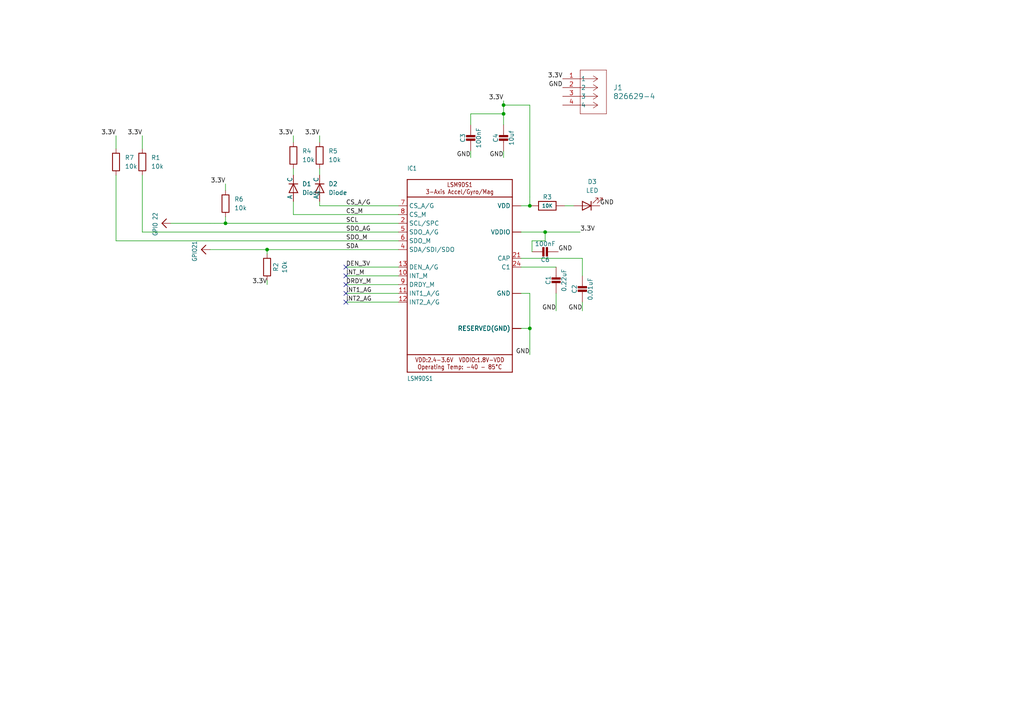
<source format=kicad_sch>
(kicad_sch (version 20230121) (generator eeschema)

  (uuid 06f791fb-f574-4574-a583-188376710421)

  (paper "A4")

  (lib_symbols
    (symbol "Adafruit LSM9DS1 Rev C (1)-eagle-import:3.3V" (power) (in_bom yes) (on_board yes)
      (property "Reference" "" (at 0 0 0)
        (effects (font (size 1.27 1.27)) hide)
      )
      (property "Value" "3.3V" (at -1.524 1.016 0)
        (effects (font (size 1.27 1.0795)) (justify left bottom))
      )
      (property "Footprint" "" (at 0 0 0)
        (effects (font (size 1.27 1.27)) hide)
      )
      (property "Datasheet" "" (at 0 0 0)
        (effects (font (size 1.27 1.27)) hide)
      )
      (property "ki_locked" "" (at 0 0 0)
        (effects (font (size 1.27 1.27)))
      )
      (symbol "3.3V_1_0"
        (polyline
          (pts
            (xy -1.27 -1.27)
            (xy 0 0)
          )
          (stroke (width 0.254) (type solid))
          (fill (type none))
        )
        (polyline
          (pts
            (xy 0 0)
            (xy 1.27 -1.27)
          )
          (stroke (width 0.254) (type solid))
          (fill (type none))
        )
        (pin power_in line (at 0 -2.54 90) (length 2.54)
          (name "3.3V" (effects (font (size 0 0))))
          (number "1" (effects (font (size 0 0))))
        )
      )
    )
    (symbol "Adafruit LSM9DS1 Rev C (1)-eagle-import:CAP_CERAMIC0603_NO" (in_bom yes) (on_board yes)
      (property "Reference" "C" (at -2.29 1.25 90)
        (effects (font (size 1.27 1.27)))
      )
      (property "Value" "" (at 2.3 1.25 90)
        (effects (font (size 1.27 1.27)))
      )
      (property "Footprint" "Adafruit LSM9DS1 Rev C (1):0603-NO" (at 0 0 0)
        (effects (font (size 1.27 1.27)) hide)
      )
      (property "Datasheet" "" (at 0 0 0)
        (effects (font (size 1.27 1.27)) hide)
      )
      (property "ki_locked" "" (at 0 0 0)
        (effects (font (size 1.27 1.27)))
      )
      (symbol "CAP_CERAMIC0603_NO_1_0"
        (rectangle (start -1.27 0.508) (end 1.27 1.016)
          (stroke (width 0) (type default))
          (fill (type outline))
        )
        (rectangle (start -1.27 1.524) (end 1.27 2.032)
          (stroke (width 0) (type default))
          (fill (type outline))
        )
        (polyline
          (pts
            (xy 0 0.762)
            (xy 0 0)
          )
          (stroke (width 0.1524) (type solid))
          (fill (type none))
        )
        (polyline
          (pts
            (xy 0 2.54)
            (xy 0 1.778)
          )
          (stroke (width 0.1524) (type solid))
          (fill (type none))
        )
        (pin passive line (at 0 5.08 270) (length 2.54)
          (name "1" (effects (font (size 0 0))))
          (number "1" (effects (font (size 0 0))))
        )
        (pin passive line (at 0 -2.54 90) (length 2.54)
          (name "2" (effects (font (size 0 0))))
          (number "2" (effects (font (size 0 0))))
        )
      )
    )
    (symbol "Adafruit LSM9DS1 Rev C (1)-eagle-import:LSM9DS1" (in_bom yes) (on_board yes)
      (property "Reference" "IC" (at -15.24 27.94 0)
        (effects (font (size 1.27 1.0795)) (justify left bottom))
      )
      (property "Value" "" (at -15.24 -33.02 0)
        (effects (font (size 1.27 1.0795)) (justify left bottom))
      )
      (property "Footprint" "Adafruit LSM9DS1 Rev C (1):LGA24_3.5X3.1MM" (at 0 0 0)
        (effects (font (size 1.27 1.27)) hide)
      )
      (property "Datasheet" "" (at 0 0 0)
        (effects (font (size 1.27 1.27)) hide)
      )
      (property "ki_locked" "" (at 0 0 0)
        (effects (font (size 1.27 1.27)))
      )
      (symbol "LSM9DS1_1_0"
        (polyline
          (pts
            (xy -15.24 -30.48)
            (xy 15.24 -30.48)
          )
          (stroke (width 0.254) (type solid))
          (fill (type none))
        )
        (polyline
          (pts
            (xy -15.24 -25.4)
            (xy -15.24 -30.48)
          )
          (stroke (width 0.254) (type solid))
          (fill (type none))
        )
        (polyline
          (pts
            (xy -15.24 -25.4)
            (xy -15.24 20.32)
          )
          (stroke (width 0.254) (type solid))
          (fill (type none))
        )
        (polyline
          (pts
            (xy -15.24 20.32)
            (xy -15.24 25.4)
          )
          (stroke (width 0.254) (type solid))
          (fill (type none))
        )
        (polyline
          (pts
            (xy -15.24 20.32)
            (xy 15.24 20.32)
          )
          (stroke (width 0.254) (type solid))
          (fill (type none))
        )
        (polyline
          (pts
            (xy -15.24 25.4)
            (xy 15.24 25.4)
          )
          (stroke (width 0.254) (type solid))
          (fill (type none))
        )
        (polyline
          (pts
            (xy 15.24 -30.48)
            (xy 15.24 -25.4)
          )
          (stroke (width 0.254) (type solid))
          (fill (type none))
        )
        (polyline
          (pts
            (xy 15.24 -25.4)
            (xy -15.24 -25.4)
          )
          (stroke (width 0.254) (type solid))
          (fill (type none))
        )
        (polyline
          (pts
            (xy 15.24 20.32)
            (xy 15.24 -25.4)
          )
          (stroke (width 0.254) (type solid))
          (fill (type none))
        )
        (polyline
          (pts
            (xy 15.24 25.4)
            (xy 15.24 20.32)
          )
          (stroke (width 0.254) (type solid))
          (fill (type none))
        )
        (text "LSM9DS1\n3-Axis Accel/Gyro/Mag" (at 0 22.86 0)
          (effects (font (size 1.27 1.0795)))
        )
        (text "VDD:2.4-3.6V  VDDIO:1.8V-VDD\nOperating Temp: -40 - 85°C" (at 0 -27.94 0)
          (effects (font (size 1.27 1.0795)))
        )
        (pin power_in line (at 17.78 10.16 180) (length 2.54)
          (name "VDDIO" (effects (font (size 1.27 1.27))))
          (number "1" (effects (font (size 0 0))))
        )
        (pin bidirectional line (at -17.78 -2.54 0) (length 2.54)
          (name "INT_M" (effects (font (size 1.27 1.27))))
          (number "10" (effects (font (size 1.27 1.27))))
        )
        (pin bidirectional line (at -17.78 -7.62 0) (length 2.54)
          (name "INT1_A/G" (effects (font (size 1.27 1.27))))
          (number "11" (effects (font (size 1.27 1.27))))
        )
        (pin bidirectional line (at -17.78 -10.16 0) (length 2.54)
          (name "INT2_A/G" (effects (font (size 1.27 1.27))))
          (number "12" (effects (font (size 1.27 1.27))))
        )
        (pin bidirectional line (at -17.78 0 0) (length 2.54)
          (name "DEN_A/G" (effects (font (size 1.27 1.27))))
          (number "13" (effects (font (size 1.27 1.27))))
        )
        (pin power_in line (at 17.78 -17.78 180) (length 2.54)
          (name "RESERVED(GND)" (effects (font (size 1.27 1.27))))
          (number "14" (effects (font (size 0 0))))
        )
        (pin power_in line (at 17.78 -17.78 180) (length 2.54)
          (name "RESERVED(GND)" (effects (font (size 1.27 1.27))))
          (number "15" (effects (font (size 0 0))))
        )
        (pin power_in line (at 17.78 -17.78 180) (length 2.54)
          (name "RESERVED(GND)" (effects (font (size 1.27 1.27))))
          (number "16" (effects (font (size 0 0))))
        )
        (pin power_in line (at 17.78 -17.78 180) (length 2.54)
          (name "RESERVED(GND)" (effects (font (size 1.27 1.27))))
          (number "17" (effects (font (size 0 0))))
        )
        (pin power_in line (at 17.78 -17.78 180) (length 2.54)
          (name "RESERVED(GND)" (effects (font (size 1.27 1.27))))
          (number "18" (effects (font (size 0 0))))
        )
        (pin power_in line (at 17.78 -7.62 180) (length 2.54)
          (name "GND" (effects (font (size 1.27 1.27))))
          (number "19" (effects (font (size 0 0))))
        )
        (pin bidirectional line (at -17.78 12.7 0) (length 2.54)
          (name "SCL/SPC" (effects (font (size 1.27 1.27))))
          (number "2" (effects (font (size 1.27 1.27))))
        )
        (pin power_in line (at 17.78 -7.62 180) (length 2.54)
          (name "GND" (effects (font (size 1.27 1.27))))
          (number "20" (effects (font (size 0 0))))
        )
        (pin bidirectional line (at 17.78 2.54 180) (length 2.54)
          (name "CAP" (effects (font (size 1.27 1.27))))
          (number "21" (effects (font (size 1.27 1.27))))
        )
        (pin power_in line (at 17.78 17.78 180) (length 2.54)
          (name "VDD" (effects (font (size 1.27 1.27))))
          (number "22" (effects (font (size 0 0))))
        )
        (pin power_in line (at 17.78 17.78 180) (length 2.54)
          (name "VDD" (effects (font (size 1.27 1.27))))
          (number "23" (effects (font (size 0 0))))
        )
        (pin bidirectional line (at 17.78 0 180) (length 2.54)
          (name "C1" (effects (font (size 1.27 1.27))))
          (number "24" (effects (font (size 1.27 1.27))))
        )
        (pin power_in line (at 17.78 10.16 180) (length 2.54)
          (name "VDDIO" (effects (font (size 1.27 1.27))))
          (number "3" (effects (font (size 0 0))))
        )
        (pin bidirectional line (at -17.78 5.08 0) (length 2.54)
          (name "SDA/SDI/SDO" (effects (font (size 1.27 1.27))))
          (number "4" (effects (font (size 1.27 1.27))))
        )
        (pin bidirectional line (at -17.78 10.16 0) (length 2.54)
          (name "SDO_A/G" (effects (font (size 1.27 1.27))))
          (number "5" (effects (font (size 1.27 1.27))))
        )
        (pin bidirectional line (at -17.78 7.62 0) (length 2.54)
          (name "SDO_M" (effects (font (size 1.27 1.27))))
          (number "6" (effects (font (size 1.27 1.27))))
        )
        (pin bidirectional line (at -17.78 17.78 0) (length 2.54)
          (name "CS_A/G" (effects (font (size 1.27 1.27))))
          (number "7" (effects (font (size 1.27 1.27))))
        )
        (pin bidirectional line (at -17.78 15.24 0) (length 2.54)
          (name "CS_M" (effects (font (size 1.27 1.27))))
          (number "8" (effects (font (size 1.27 1.27))))
        )
        (pin bidirectional line (at -17.78 -5.08 0) (length 2.54)
          (name "DRDY_M" (effects (font (size 1.27 1.27))))
          (number "9" (effects (font (size 1.27 1.27))))
        )
      )
    )
    (symbol "Adafruit LSM9DS1 Rev C (1)-eagle-import:RESISTOR_0603_NOOUT" (in_bom yes) (on_board yes)
      (property "Reference" "R" (at 0 2.54 0)
        (effects (font (size 1.27 1.27)))
      )
      (property "Value" "" (at 0 0 0)
        (effects (font (size 1.016 1.016) bold))
      )
      (property "Footprint" "Adafruit LSM9DS1 Rev C (1):0603-NO" (at 0 0 0)
        (effects (font (size 1.27 1.27)) hide)
      )
      (property "Datasheet" "" (at 0 0 0)
        (effects (font (size 1.27 1.27)) hide)
      )
      (property "ki_locked" "" (at 0 0 0)
        (effects (font (size 1.27 1.27)))
      )
      (symbol "RESISTOR_0603_NOOUT_1_0"
        (polyline
          (pts
            (xy -2.54 -1.27)
            (xy -2.54 1.27)
          )
          (stroke (width 0.254) (type solid))
          (fill (type none))
        )
        (polyline
          (pts
            (xy -2.54 1.27)
            (xy 2.54 1.27)
          )
          (stroke (width 0.254) (type solid))
          (fill (type none))
        )
        (polyline
          (pts
            (xy 2.54 -1.27)
            (xy -2.54 -1.27)
          )
          (stroke (width 0.254) (type solid))
          (fill (type none))
        )
        (polyline
          (pts
            (xy 2.54 1.27)
            (xy 2.54 -1.27)
          )
          (stroke (width 0.254) (type solid))
          (fill (type none))
        )
        (pin passive line (at -5.08 0 0) (length 2.54)
          (name "1" (effects (font (size 0 0))))
          (number "1" (effects (font (size 0 0))))
        )
        (pin passive line (at 5.08 0 180) (length 2.54)
          (name "2" (effects (font (size 0 0))))
          (number "2" (effects (font (size 0 0))))
        )
      )
    )
    (symbol "Device:LED" (pin_numbers hide) (pin_names (offset 1.016) hide) (in_bom yes) (on_board yes)
      (property "Reference" "D" (at 0 2.54 0)
        (effects (font (size 1.27 1.27)))
      )
      (property "Value" "LED" (at 0 -2.54 0)
        (effects (font (size 1.27 1.27)))
      )
      (property "Footprint" "" (at 0 0 0)
        (effects (font (size 1.27 1.27)) hide)
      )
      (property "Datasheet" "~" (at 0 0 0)
        (effects (font (size 1.27 1.27)) hide)
      )
      (property "ki_keywords" "LED diode" (at 0 0 0)
        (effects (font (size 1.27 1.27)) hide)
      )
      (property "ki_description" "Light emitting diode" (at 0 0 0)
        (effects (font (size 1.27 1.27)) hide)
      )
      (property "ki_fp_filters" "LED* LED_SMD:* LED_THT:*" (at 0 0 0)
        (effects (font (size 1.27 1.27)) hide)
      )
      (symbol "LED_0_1"
        (polyline
          (pts
            (xy -1.27 -1.27)
            (xy -1.27 1.27)
          )
          (stroke (width 0.254) (type default))
          (fill (type none))
        )
        (polyline
          (pts
            (xy -1.27 0)
            (xy 1.27 0)
          )
          (stroke (width 0) (type default))
          (fill (type none))
        )
        (polyline
          (pts
            (xy 1.27 -1.27)
            (xy 1.27 1.27)
            (xy -1.27 0)
            (xy 1.27 -1.27)
          )
          (stroke (width 0.254) (type default))
          (fill (type none))
        )
        (polyline
          (pts
            (xy -3.048 -0.762)
            (xy -4.572 -2.286)
            (xy -3.81 -2.286)
            (xy -4.572 -2.286)
            (xy -4.572 -1.524)
          )
          (stroke (width 0) (type default))
          (fill (type none))
        )
        (polyline
          (pts
            (xy -1.778 -0.762)
            (xy -3.302 -2.286)
            (xy -2.54 -2.286)
            (xy -3.302 -2.286)
            (xy -3.302 -1.524)
          )
          (stroke (width 0) (type default))
          (fill (type none))
        )
      )
      (symbol "LED_1_1"
        (pin passive line (at -3.81 0 0) (length 2.54)
          (name "K" (effects (font (size 1.27 1.27))))
          (number "1" (effects (font (size 1.27 1.27))))
        )
        (pin passive line (at 3.81 0 180) (length 2.54)
          (name "A" (effects (font (size 1.27 1.27))))
          (number "2" (effects (font (size 1.27 1.27))))
        )
      )
    )
    (symbol "Device:R" (pin_numbers hide) (pin_names (offset 0)) (in_bom yes) (on_board yes)
      (property "Reference" "R" (at 2.032 0 90)
        (effects (font (size 1.27 1.27)))
      )
      (property "Value" "R" (at 0 0 90)
        (effects (font (size 1.27 1.27)))
      )
      (property "Footprint" "" (at -1.778 0 90)
        (effects (font (size 1.27 1.27)) hide)
      )
      (property "Datasheet" "~" (at 0 0 0)
        (effects (font (size 1.27 1.27)) hide)
      )
      (property "ki_keywords" "R res resistor" (at 0 0 0)
        (effects (font (size 1.27 1.27)) hide)
      )
      (property "ki_description" "Resistor" (at 0 0 0)
        (effects (font (size 1.27 1.27)) hide)
      )
      (property "ki_fp_filters" "R_*" (at 0 0 0)
        (effects (font (size 1.27 1.27)) hide)
      )
      (symbol "R_0_1"
        (rectangle (start -1.016 -2.54) (end 1.016 2.54)
          (stroke (width 0.254) (type default))
          (fill (type none))
        )
      )
      (symbol "R_1_1"
        (pin passive line (at 0 3.81 270) (length 1.27)
          (name "~" (effects (font (size 1.27 1.27))))
          (number "1" (effects (font (size 1.27 1.27))))
        )
        (pin passive line (at 0 -3.81 90) (length 1.27)
          (name "~" (effects (font (size 1.27 1.27))))
          (number "2" (effects (font (size 1.27 1.27))))
        )
      )
    )
    (symbol "LSM9DS1:826629-4" (pin_names (offset 0.254)) (in_bom yes) (on_board yes)
      (property "Reference" "J" (at 8.89 6.35 0)
        (effects (font (size 1.524 1.524)))
      )
      (property "Value" "826629-4" (at 0 0 0)
        (effects (font (size 1.524 1.524)))
      )
      (property "Footprint" "CON4_1X4_P100UM_HDR2_TYC" (at 0 0 0)
        (effects (font (size 1.27 1.27) italic) hide)
      )
      (property "Datasheet" "826629-4" (at 0 0 0)
        (effects (font (size 1.27 1.27) italic) hide)
      )
      (property "ki_locked" "" (at 0 0 0)
        (effects (font (size 1.27 1.27)))
      )
      (property "ki_keywords" "826629-4" (at 0 0 0)
        (effects (font (size 1.27 1.27)) hide)
      )
      (property "ki_fp_filters" "CON4_1X4_P100UM_HDR2_TYC" (at 0 0 0)
        (effects (font (size 1.27 1.27)) hide)
      )
      (symbol "826629-4_1_1"
        (polyline
          (pts
            (xy 5.08 -10.16)
            (xy 12.7 -10.16)
          )
          (stroke (width 0.127) (type default))
          (fill (type none))
        )
        (polyline
          (pts
            (xy 5.08 2.54)
            (xy 5.08 -10.16)
          )
          (stroke (width 0.127) (type default))
          (fill (type none))
        )
        (polyline
          (pts
            (xy 10.16 -7.62)
            (xy 5.08 -7.62)
          )
          (stroke (width 0.127) (type default))
          (fill (type none))
        )
        (polyline
          (pts
            (xy 10.16 -7.62)
            (xy 8.89 -8.4667)
          )
          (stroke (width 0.127) (type default))
          (fill (type none))
        )
        (polyline
          (pts
            (xy 10.16 -7.62)
            (xy 8.89 -6.7733)
          )
          (stroke (width 0.127) (type default))
          (fill (type none))
        )
        (polyline
          (pts
            (xy 10.16 -5.08)
            (xy 5.08 -5.08)
          )
          (stroke (width 0.127) (type default))
          (fill (type none))
        )
        (polyline
          (pts
            (xy 10.16 -5.08)
            (xy 8.89 -5.9267)
          )
          (stroke (width 0.127) (type default))
          (fill (type none))
        )
        (polyline
          (pts
            (xy 10.16 -5.08)
            (xy 8.89 -4.2333)
          )
          (stroke (width 0.127) (type default))
          (fill (type none))
        )
        (polyline
          (pts
            (xy 10.16 -2.54)
            (xy 5.08 -2.54)
          )
          (stroke (width 0.127) (type default))
          (fill (type none))
        )
        (polyline
          (pts
            (xy 10.16 -2.54)
            (xy 8.89 -3.3867)
          )
          (stroke (width 0.127) (type default))
          (fill (type none))
        )
        (polyline
          (pts
            (xy 10.16 -2.54)
            (xy 8.89 -1.6933)
          )
          (stroke (width 0.127) (type default))
          (fill (type none))
        )
        (polyline
          (pts
            (xy 10.16 0)
            (xy 5.08 0)
          )
          (stroke (width 0.127) (type default))
          (fill (type none))
        )
        (polyline
          (pts
            (xy 10.16 0)
            (xy 8.89 -0.8467)
          )
          (stroke (width 0.127) (type default))
          (fill (type none))
        )
        (polyline
          (pts
            (xy 10.16 0)
            (xy 8.89 0.8467)
          )
          (stroke (width 0.127) (type default))
          (fill (type none))
        )
        (polyline
          (pts
            (xy 12.7 -10.16)
            (xy 12.7 2.54)
          )
          (stroke (width 0.127) (type default))
          (fill (type none))
        )
        (polyline
          (pts
            (xy 12.7 2.54)
            (xy 5.08 2.54)
          )
          (stroke (width 0.127) (type default))
          (fill (type none))
        )
        (pin unspecified line (at 0 0 0) (length 5.08)
          (name "1" (effects (font (size 1.27 1.27))))
          (number "1" (effects (font (size 1.27 1.27))))
        )
        (pin unspecified line (at 0 -2.54 0) (length 5.08)
          (name "2" (effects (font (size 1.27 1.27))))
          (number "2" (effects (font (size 1.27 1.27))))
        )
        (pin unspecified line (at 0 -5.08 0) (length 5.08)
          (name "3" (effects (font (size 1.27 1.27))))
          (number "3" (effects (font (size 1.27 1.27))))
        )
        (pin unspecified line (at 0 -7.62 0) (length 5.08)
          (name "4" (effects (font (size 1.27 1.27))))
          (number "4" (effects (font (size 1.27 1.27))))
        )
      )
      (symbol "826629-4_1_2"
        (polyline
          (pts
            (xy 5.08 -10.16)
            (xy 12.7 -10.16)
          )
          (stroke (width 0.127) (type default))
          (fill (type none))
        )
        (polyline
          (pts
            (xy 5.08 2.54)
            (xy 5.08 -10.16)
          )
          (stroke (width 0.127) (type default))
          (fill (type none))
        )
        (polyline
          (pts
            (xy 7.62 -7.62)
            (xy 5.08 -7.62)
          )
          (stroke (width 0.127) (type default))
          (fill (type none))
        )
        (polyline
          (pts
            (xy 7.62 -7.62)
            (xy 8.89 -8.4667)
          )
          (stroke (width 0.127) (type default))
          (fill (type none))
        )
        (polyline
          (pts
            (xy 7.62 -7.62)
            (xy 8.89 -6.7733)
          )
          (stroke (width 0.127) (type default))
          (fill (type none))
        )
        (polyline
          (pts
            (xy 7.62 -5.08)
            (xy 5.08 -5.08)
          )
          (stroke (width 0.127) (type default))
          (fill (type none))
        )
        (polyline
          (pts
            (xy 7.62 -5.08)
            (xy 8.89 -5.9267)
          )
          (stroke (width 0.127) (type default))
          (fill (type none))
        )
        (polyline
          (pts
            (xy 7.62 -5.08)
            (xy 8.89 -4.2333)
          )
          (stroke (width 0.127) (type default))
          (fill (type none))
        )
        (polyline
          (pts
            (xy 7.62 -2.54)
            (xy 5.08 -2.54)
          )
          (stroke (width 0.127) (type default))
          (fill (type none))
        )
        (polyline
          (pts
            (xy 7.62 -2.54)
            (xy 8.89 -3.3867)
          )
          (stroke (width 0.127) (type default))
          (fill (type none))
        )
        (polyline
          (pts
            (xy 7.62 -2.54)
            (xy 8.89 -1.6933)
          )
          (stroke (width 0.127) (type default))
          (fill (type none))
        )
        (polyline
          (pts
            (xy 7.62 0)
            (xy 5.08 0)
          )
          (stroke (width 0.127) (type default))
          (fill (type none))
        )
        (polyline
          (pts
            (xy 7.62 0)
            (xy 8.89 -0.8467)
          )
          (stroke (width 0.127) (type default))
          (fill (type none))
        )
        (polyline
          (pts
            (xy 7.62 0)
            (xy 8.89 0.8467)
          )
          (stroke (width 0.127) (type default))
          (fill (type none))
        )
        (polyline
          (pts
            (xy 12.7 -10.16)
            (xy 12.7 2.54)
          )
          (stroke (width 0.127) (type default))
          (fill (type none))
        )
        (polyline
          (pts
            (xy 12.7 2.54)
            (xy 5.08 2.54)
          )
          (stroke (width 0.127) (type default))
          (fill (type none))
        )
        (pin unspecified line (at 0 0 0) (length 5.08)
          (name "1" (effects (font (size 1.27 1.27))))
          (number "1" (effects (font (size 1.27 1.27))))
        )
        (pin unspecified line (at 0 -2.54 0) (length 5.08)
          (name "2" (effects (font (size 1.27 1.27))))
          (number "2" (effects (font (size 1.27 1.27))))
        )
        (pin unspecified line (at 0 -5.08 0) (length 5.08)
          (name "3" (effects (font (size 1.27 1.27))))
          (number "3" (effects (font (size 1.27 1.27))))
        )
        (pin unspecified line (at 0 -7.62 0) (length 5.08)
          (name "4" (effects (font (size 1.27 1.27))))
          (number "4" (effects (font (size 1.27 1.27))))
        )
      )
    )
    (symbol "LSM9DS1:Diode" (pin_numbers hide) (pin_names (offset 0)) (in_bom yes) (on_board yes)
      (property "Reference" "D" (at 0 5.08 0)
        (effects (font (size 1.27 1.27)))
      )
      (property "Value" "Diode" (at 0 3.175 0)
        (effects (font (size 1.27 1.27)))
      )
      (property "Footprint" "" (at 0 1.27 90)
        (effects (font (size 1.27 1.27)) hide)
      )
      (property "Datasheet" "" (at 1.27 -11.43 0)
        (effects (font (size 1.27 1.27)) hide)
      )
      (property "ki_keywords" "Diode" (at 0 0 0)
        (effects (font (size 1.27 1.27)) hide)
      )
      (property "ki_description" "Diode" (at 0 0 0)
        (effects (font (size 1.27 1.27)) hide)
      )
      (symbol "Diode_0_1"
        (polyline
          (pts
            (xy -1.27 0)
            (xy 1.27 0)
          )
          (stroke (width 0) (type default))
          (fill (type none))
        )
        (polyline
          (pts
            (xy 1.27 -1.27)
            (xy 1.27 1.27)
          )
          (stroke (width 0.254) (type default))
          (fill (type none))
        )
        (polyline
          (pts
            (xy -1.27 -1.27)
            (xy -1.27 1.27)
            (xy 1.27 0)
            (xy -1.27 -1.27)
          )
          (stroke (width 0.254) (type default))
          (fill (type none))
        )
      )
      (symbol "Diode_1_1"
        (pin passive line (at -3.81 0 0) (length 2.54)
          (name "A" (effects (font (size 1.27 1.27))))
          (number "1" (effects (font (size 1.27 1.27))))
        )
        (pin passive line (at 3.81 0 180) (length 2.54)
          (name "C" (effects (font (size 1.27 1.27))))
          (number "2" (effects (font (size 1.27 1.27))))
        )
      )
    )
  )

  (junction (at 146.05 30.48) (diameter 0) (color 0 0 0 0)
    (uuid 156830f1-297d-4574-bda1-fcb87ff16291)
  )
  (junction (at 146.05 33.02) (diameter 0) (color 0 0 0 0)
    (uuid 408681dc-cda8-42bb-ba57-959fd57315a9)
  )
  (junction (at 153.67 59.69) (diameter 0) (color 0 0 0 0)
    (uuid 82454e9d-74dc-4230-bb94-1c93bfe15e7b)
  )
  (junction (at 77.47 72.39) (diameter 0) (color 0 0 0 0)
    (uuid 8f268ed5-61e2-405d-8d7d-bd1368090610)
  )
  (junction (at 153.67 95.25) (diameter 0) (color 0 0 0 0)
    (uuid a54f635d-bfe6-40c7-99b4-2fe1cf623b19)
  )
  (junction (at 158.115 67.31) (diameter 0) (color 0 0 0 0)
    (uuid e9bc46c5-136d-41a6-a72e-499ed33940fb)
  )
  (junction (at 65.405 64.77) (diameter 0) (color 0 0 0 0)
    (uuid eac0fc15-66f6-40ac-b975-bbd95cd20b1d)
  )

  (no_connect (at 100.33 77.47) (uuid 29184edf-c68c-466d-9a17-56677fa812cd))
  (no_connect (at 100.33 85.09) (uuid 7957d4c1-9f20-447d-abab-de7c1e973dff))
  (no_connect (at 100.33 87.63) (uuid b0a262f3-0a4d-49d6-bd3c-566fc22d6a08))
  (no_connect (at 100.33 80.01) (uuid b9749000-2dd4-43ac-9c97-9e8252a61030))
  (no_connect (at 100.33 82.55) (uuid de90ab6b-454b-4610-b608-6a6e811a8fab))

  (wire (pts (xy 115.57 85.09) (xy 100.33 85.09))
    (stroke (width 0.1524) (type solid))
    (uuid 010282fb-726c-454a-8a03-0176cb598912)
  )
  (wire (pts (xy 85.09 39.37) (xy 85.09 41.275))
    (stroke (width 0) (type default))
    (uuid 0472dcd8-a5f8-44ac-84e2-dc7492b63851)
  )
  (wire (pts (xy 158.115 69.85) (xy 158.115 67.31))
    (stroke (width 0) (type default))
    (uuid 0664a484-529f-4671-8c4e-0a46001254f9)
  )
  (wire (pts (xy 85.09 58.42) (xy 85.09 62.23))
    (stroke (width 0.1524) (type solid))
    (uuid 0767a39f-2f9e-41ac-b1a6-04788d3f961e)
  )
  (wire (pts (xy 151.13 74.93) (xy 168.91 74.93))
    (stroke (width 0.1524) (type solid))
    (uuid 16b2df2c-057c-4f14-9024-26a7f38aff7a)
  )
  (wire (pts (xy 62.23 64.77) (xy 65.405 64.77))
    (stroke (width 0.1524) (type solid))
    (uuid 1f3862c6-3213-4eab-8563-de09498cee05)
  )
  (wire (pts (xy 92.71 48.895) (xy 92.71 50.8))
    (stroke (width 0.1524) (type solid))
    (uuid 27464a4f-9435-4cb6-a4b0-f58d77f44d4c)
  )
  (wire (pts (xy 60.96 64.77) (xy 62.23 64.77))
    (stroke (width 0) (type default))
    (uuid 28ec52be-e775-4d25-b2cf-e82674d38d67)
  )
  (wire (pts (xy 146.05 30.48) (xy 146.05 33.02))
    (stroke (width 0) (type default))
    (uuid 30d476df-5a72-4ef8-b40b-1c5f72f3df8c)
  )
  (wire (pts (xy 146.05 43.815) (xy 146.05 45.72))
    (stroke (width 0) (type default))
    (uuid 31cf9871-6840-4397-b923-8e98d2fe3d34)
  )
  (wire (pts (xy 115.57 82.55) (xy 100.33 82.55))
    (stroke (width 0.1524) (type solid))
    (uuid 342a262e-04dc-4860-aee9-c2819f5a0f87)
  )
  (wire (pts (xy 146.05 30.48) (xy 153.67 30.48))
    (stroke (width 0) (type default))
    (uuid 359a9017-cb74-456d-90f2-fd6b8c2af18b)
  )
  (wire (pts (xy 154.305 73.025) (xy 154.305 69.85))
    (stroke (width 0) (type default))
    (uuid 3d54a683-4bc5-4703-a0b7-2d660aaf9afb)
  )
  (wire (pts (xy 136.525 43.815) (xy 136.525 45.72))
    (stroke (width 0) (type default))
    (uuid 4341a108-2eff-4feb-b793-985f39a37ccc)
  )
  (wire (pts (xy 168.91 87.63) (xy 168.91 90.17))
    (stroke (width 0.1524) (type solid))
    (uuid 43f19a6b-4b22-4743-a763-ae80a036cf0e)
  )
  (wire (pts (xy 92.71 39.37) (xy 92.71 41.275))
    (stroke (width 0) (type default))
    (uuid 44ab3622-aa92-4085-8640-9657629711a7)
  )
  (wire (pts (xy 151.13 85.09) (xy 153.67 85.09))
    (stroke (width 0.1524) (type solid))
    (uuid 4c3fa5cc-eec5-4441-8a1b-7a14c343ba2f)
  )
  (wire (pts (xy 146.05 29.21) (xy 146.05 30.48))
    (stroke (width 0) (type default))
    (uuid 513df984-988f-4a0f-9d93-fdad744c7846)
  )
  (wire (pts (xy 151.13 77.47) (xy 161.29 77.47))
    (stroke (width 0.1524) (type solid))
    (uuid 51be75ce-ee62-49b7-ad72-3c16e20b8dc2)
  )
  (wire (pts (xy 115.57 67.31) (xy 41.275 67.31))
    (stroke (width 0) (type default))
    (uuid 562ef232-ff93-4f94-b6b2-b27332f71ce7)
  )
  (wire (pts (xy 65.405 64.77) (xy 115.57 64.77))
    (stroke (width 0.1524) (type solid))
    (uuid 571e2592-eddf-416f-a794-4c3d9262e35a)
  )
  (wire (pts (xy 41.275 39.37) (xy 41.275 43.18))
    (stroke (width 0.1524) (type solid))
    (uuid 617803f9-88fd-4721-9b74-2d043d27c3dc)
  )
  (wire (pts (xy 60.96 72.39) (xy 77.47 72.39))
    (stroke (width 0.1524) (type solid))
    (uuid 67ec4999-7e59-43b8-b99a-1052e9891a19)
  )
  (wire (pts (xy 168.91 74.93) (xy 168.91 80.01))
    (stroke (width 0.1524) (type solid))
    (uuid 6c6f2a8b-4797-4333-b98a-9efb0ccf4bae)
  )
  (wire (pts (xy 151.13 95.25) (xy 153.67 95.25))
    (stroke (width 0.1524) (type solid))
    (uuid 778ec005-e288-4782-b7cf-a85569705565)
  )
  (wire (pts (xy 115.57 87.63) (xy 100.33 87.63))
    (stroke (width 0.1524) (type solid))
    (uuid 7b1001f3-ad91-4e46-939a-3158131c8564)
  )
  (wire (pts (xy 153.67 57.15) (xy 153.67 59.69))
    (stroke (width 0.1524) (type solid))
    (uuid 7e5d6089-06e4-465b-babd-4ef71a0858af)
  )
  (wire (pts (xy 151.13 67.31) (xy 158.115 67.31))
    (stroke (width 0) (type default))
    (uuid 86e1b246-c8ec-44ab-ae52-45252f41d430)
  )
  (wire (pts (xy 136.525 33.02) (xy 136.525 36.195))
    (stroke (width 0) (type default))
    (uuid 926f7fd4-082b-4cbd-a88c-6b6b9e9d8df3)
  )
  (wire (pts (xy 115.57 69.85) (xy 33.655 69.85))
    (stroke (width 0) (type default))
    (uuid 95018155-ee4d-421a-9e90-e01084a8ef2a)
  )
  (wire (pts (xy 154.305 69.85) (xy 158.115 69.85))
    (stroke (width 0) (type default))
    (uuid 9a438081-1e2d-46ff-a315-c6e1f3834afe)
  )
  (wire (pts (xy 115.57 62.23) (xy 85.09 62.23))
    (stroke (width 0.1524) (type solid))
    (uuid a0482968-d864-4410-ad11-baf68ba2b5af)
  )
  (wire (pts (xy 161.29 90.17) (xy 161.29 85.09))
    (stroke (width 0.1524) (type solid))
    (uuid a6d8d5f8-11ef-4de2-8c84-078dfa44a4f8)
  )
  (wire (pts (xy 146.05 33.02) (xy 136.525 33.02))
    (stroke (width 0) (type default))
    (uuid ae9debb6-28e8-4e78-8ee5-cdd8890ac385)
  )
  (wire (pts (xy 49.53 64.77) (xy 60.96 64.77))
    (stroke (width 0.1524) (type solid))
    (uuid b157a701-e91a-4d8d-9d1e-a1477253b713)
  )
  (wire (pts (xy 33.655 50.8) (xy 33.655 69.85))
    (stroke (width 0) (type default))
    (uuid b1d12c05-47b3-496b-9a14-a0eb50408b98)
  )
  (wire (pts (xy 151.13 59.69) (xy 153.67 59.69))
    (stroke (width 0.1524) (type solid))
    (uuid b1f7bd91-0e45-466d-943b-b0531005f481)
  )
  (wire (pts (xy 146.05 33.02) (xy 146.05 36.195))
    (stroke (width 0) (type default))
    (uuid bb0c4ce3-2549-4803-a3e3-2d5b89edd30d)
  )
  (wire (pts (xy 41.275 50.8) (xy 41.275 67.31))
    (stroke (width 0) (type default))
    (uuid bd9112f8-7c5a-404d-a9d2-53381951ccc9)
  )
  (wire (pts (xy 163.83 59.69) (xy 166.37 59.69))
    (stroke (width 0) (type default))
    (uuid be7bc62d-db49-4cb5-85b1-bc9096ac1205)
  )
  (wire (pts (xy 153.67 30.48) (xy 153.67 57.15))
    (stroke (width 0) (type default))
    (uuid c34f2190-a3ce-4b12-aff0-ef7b86326e6e)
  )
  (wire (pts (xy 77.47 72.39) (xy 77.47 73.66))
    (stroke (width 0.1524) (type solid))
    (uuid c497bc59-28ea-4b17-9d46-04cf57fc7056)
  )
  (wire (pts (xy 65.405 62.865) (xy 65.405 64.77))
    (stroke (width 0.1524) (type solid))
    (uuid ce11b1bd-27a3-4e72-841c-2856e0708a10)
  )
  (wire (pts (xy 153.67 85.09) (xy 153.67 95.25))
    (stroke (width 0.1524) (type solid))
    (uuid d269131f-d48c-431f-aadb-ef45fc2dbdfc)
  )
  (wire (pts (xy 77.47 72.39) (xy 115.57 72.39))
    (stroke (width 0.1524) (type solid))
    (uuid d2a3e7b9-fa85-4a46-a362-48acac037ccf)
  )
  (wire (pts (xy 92.71 58.42) (xy 92.71 59.69))
    (stroke (width 0.1524) (type solid))
    (uuid d515f8ff-309e-4569-9e7a-e61fc8889c30)
  )
  (wire (pts (xy 33.655 39.37) (xy 33.655 43.18))
    (stroke (width 0.1524) (type solid))
    (uuid d6f2e93d-705e-4945-a75c-848d82f667c0)
  )
  (wire (pts (xy 115.57 80.01) (xy 100.33 80.01))
    (stroke (width 0.1524) (type solid))
    (uuid e6627c32-7a74-4853-b881-a3cca2c6e596)
  )
  (wire (pts (xy 77.47 81.28) (xy 77.47 82.55))
    (stroke (width 0.1524) (type solid))
    (uuid e83d91a2-14cf-4cdd-b0fc-8d58eb2a304a)
  )
  (wire (pts (xy 158.115 67.31) (xy 168.275 67.31))
    (stroke (width 0) (type default))
    (uuid e86b6404-d5c8-45a6-9700-2d034c2aaae6)
  )
  (wire (pts (xy 65.405 53.34) (xy 65.405 55.245))
    (stroke (width 0.1524) (type solid))
    (uuid eb3b138c-f077-4e3f-84a7-73777f681433)
  )
  (wire (pts (xy 115.57 77.47) (xy 100.33 77.47))
    (stroke (width 0.1524) (type solid))
    (uuid ec5d3c23-2f91-405c-bfc8-7660f7ea0cd6)
  )
  (wire (pts (xy 92.71 59.69) (xy 115.57 59.69))
    (stroke (width 0.1524) (type solid))
    (uuid ed5d709b-60a4-4de8-9643-11acc6a2817f)
  )
  (wire (pts (xy 85.09 48.895) (xy 85.09 50.8))
    (stroke (width 0) (type default))
    (uuid f2bdea9f-c9ad-4bda-93d5-09ee31dfed8f)
  )
  (wire (pts (xy 153.67 95.25) (xy 153.67 102.87))
    (stroke (width 0.1524) (type solid))
    (uuid f6b7ca12-df76-4a8f-882b-39f415e8ea43)
  )

  (label "GND" (at 163.195 25.4 180) (fields_autoplaced)
    (effects (font (size 1.27 1.27)) (justify right bottom))
    (uuid 042de71c-cc72-4a0f-8042-7e8d298c9917)
  )
  (label "SDO_M" (at 100.33 69.85 0) (fields_autoplaced)
    (effects (font (size 1.2446 1.2446)) (justify left bottom))
    (uuid 09879013-9ced-4bde-85e3-084bd5759640)
  )
  (label "GND" (at 136.525 45.72 180) (fields_autoplaced)
    (effects (font (size 1.27 1.27)) (justify right bottom))
    (uuid 0ab82903-cf0d-47e2-9523-6ffe48ffa2a6)
  )
  (label "3.3V" (at 85.09 39.37 180) (fields_autoplaced)
    (effects (font (size 1.27 1.27)) (justify right bottom))
    (uuid 0bace30b-43b7-4cdf-b4b5-b9a6edbb6160)
  )
  (label "DRDY_M" (at 100.33 82.55 0) (fields_autoplaced)
    (effects (font (size 1.2446 1.2446)) (justify left bottom))
    (uuid 14766279-a7da-4af6-b67d-2ccf03e651af)
  )
  (label "3.3V" (at 163.195 22.86 180) (fields_autoplaced)
    (effects (font (size 1.27 1.27)) (justify right bottom))
    (uuid 202d4ca2-9376-431d-87fb-1879f505b8b9)
  )
  (label "3.3V" (at 41.275 39.37 180) (fields_autoplaced)
    (effects (font (size 1.27 1.27)) (justify right bottom))
    (uuid 30d885e2-e89b-4820-b3b3-7ce633ce8146)
  )
  (label "GND" (at 153.67 102.87 180) (fields_autoplaced)
    (effects (font (size 1.27 1.27)) (justify right bottom))
    (uuid 38103656-625a-431b-9eba-ca0def3392a5)
  )
  (label "3.3V" (at 77.47 82.55 180) (fields_autoplaced)
    (effects (font (size 1.27 1.27)) (justify right bottom))
    (uuid 3a23a70c-d67b-4902-8625-4faf8e4fb23b)
  )
  (label "3.3V" (at 168.275 67.31 0) (fields_autoplaced)
    (effects (font (size 1.27 1.27)) (justify left bottom))
    (uuid 3b70df36-fce6-4456-be27-06dda57538c4)
  )
  (label "SCL" (at 100.33 64.77 0) (fields_autoplaced)
    (effects (font (size 1.2446 1.2446)) (justify left bottom))
    (uuid 4ed7e849-93f7-454a-8650-a4d723cb7e5d)
  )
  (label "SDA" (at 100.33 72.39 0) (fields_autoplaced)
    (effects (font (size 1.2446 1.2446)) (justify left bottom))
    (uuid 50de4377-aa70-4363-98a7-0edc3ad3b24a)
  )
  (label "INT_M" (at 100.33 80.01 0) (fields_autoplaced)
    (effects (font (size 1.2446 1.2446)) (justify left bottom))
    (uuid 5121cd69-c7a7-425a-8dc3-399eb85ee636)
  )
  (label "CS_M" (at 100.33 62.23 0) (fields_autoplaced)
    (effects (font (size 1.2446 1.2446)) (justify left bottom))
    (uuid 5632c5dc-4c2d-4fcf-aa63-4a14226f9278)
  )
  (label "DEN_3V" (at 100.33 77.47 0) (fields_autoplaced)
    (effects (font (size 1.2446 1.2446)) (justify left bottom))
    (uuid 63e314b6-3d55-4f21-8459-c6bd9c8c6eec)
  )
  (label "GND" (at 161.925 73.025 0) (fields_autoplaced)
    (effects (font (size 1.27 1.27)) (justify left bottom))
    (uuid 68469603-4a72-4ec8-9947-606df7f7f91b)
  )
  (label "INT2_AG" (at 100.33 87.63 0) (fields_autoplaced)
    (effects (font (size 1.2446 1.2446)) (justify left bottom))
    (uuid 6fb49209-91a3-41ef-825f-385c45f04813)
  )
  (label "3.3V" (at 146.05 29.21 180) (fields_autoplaced)
    (effects (font (size 1.27 1.27)) (justify right bottom))
    (uuid 793f7b6d-f606-415d-be1b-b6e990ed83c9)
  )
  (label "GND" (at 146.05 45.72 180) (fields_autoplaced)
    (effects (font (size 1.27 1.27)) (justify right bottom))
    (uuid 9e270516-48f8-41e2-a590-acc6c145679f)
  )
  (label "3.3V" (at 65.405 53.34 180) (fields_autoplaced)
    (effects (font (size 1.27 1.27)) (justify right bottom))
    (uuid a74856fd-0136-49fc-b814-a300cb6afed3)
  )
  (label "GND" (at 161.29 90.17 180) (fields_autoplaced)
    (effects (font (size 1.27 1.27)) (justify right bottom))
    (uuid a7585702-24dd-47d9-8f2d-bd1dd314996c)
  )
  (label "3.3V" (at 92.71 39.37 180) (fields_autoplaced)
    (effects (font (size 1.27 1.27)) (justify right bottom))
    (uuid a7bb631b-b9fe-4f8f-865a-40d0dd6b0623)
  )
  (label "INT1_AG" (at 100.33 85.09 0) (fields_autoplaced)
    (effects (font (size 1.2446 1.2446)) (justify left bottom))
    (uuid ad0dc64f-75d3-4386-a0d4-d8fe3d1d9daa)
  )
  (label "GND" (at 173.99 59.69 0) (fields_autoplaced)
    (effects (font (size 1.27 1.27)) (justify left bottom))
    (uuid c3c0a2cd-fef7-44f8-9e52-2fba7ec2ec31)
  )
  (label "SDO_AG" (at 100.33 67.31 0) (fields_autoplaced)
    (effects (font (size 1.2446 1.2446)) (justify left bottom))
    (uuid d2abd8b9-f064-4c01-bef8-1882d0061622)
  )
  (label "GND" (at 168.91 90.17 180) (fields_autoplaced)
    (effects (font (size 1.27 1.27)) (justify right bottom))
    (uuid df00663e-12b1-4602-92f4-15eb28f789f1)
  )
  (label "3.3V" (at 33.655 39.37 180) (fields_autoplaced)
    (effects (font (size 1.27 1.27)) (justify right bottom))
    (uuid f3fcdb18-be7a-4df7-b413-609080ba0c01)
  )
  (label "CS_A/G" (at 100.33 59.69 0) (fields_autoplaced)
    (effects (font (size 1.2446 1.2446)) (justify left bottom))
    (uuid f512ee65-2289-460a-abd8-0ebc1b4da699)
  )

  (symbol (lib_id "Adafruit LSM9DS1 Rev C (1)-eagle-import:3.3V") (at 46.99 64.77 90) (mirror x) (unit 1)
    (in_bom yes) (on_board yes) (dnp no)
    (uuid 0e823606-5f30-4f67-8574-f477c9fd145f)
    (property "Reference" "#U$010" (at 46.99 64.77 0)
      (effects (font (size 1.27 1.27)) hide)
    )
    (property "Value" "GPIO 22" (at 45.72 61.595 0)
      (effects (font (size 1.27 1.0795)) (justify left bottom))
    )
    (property "Footprint" "" (at 46.99 64.77 0)
      (effects (font (size 1.27 1.27)) hide)
    )
    (property "Datasheet" "" (at 46.99 64.77 0)
      (effects (font (size 1.27 1.27)) hide)
    )
    (pin "1" (uuid b5221f2b-c4e1-46dd-844d-aa973e7d6258))
    (instances
      (project "newlsm9ds1"
        (path "/06f791fb-f574-4574-a583-188376710421"
          (reference "#U$010") (unit 1)
        )
      )
      (project "Adafruit LSM9DS1 Rev C (1)"
        (path "/8a5df8f4-6598-40ea-a83b-45f2a5aafac4"
          (reference "#U$24") (unit 1)
        )
      )
    )
  )

  (symbol (lib_id "LSM9DS1:Diode") (at 85.09 54.61 90) (unit 1)
    (in_bom yes) (on_board yes) (dnp no) (fields_autoplaced)
    (uuid 14f249fe-1385-4d4f-bc80-e05a1cc8cb10)
    (property "Reference" "D1" (at 87.63 53.34 90)
      (effects (font (size 1.27 1.27)) (justify right))
    )
    (property "Value" "Diode" (at 87.63 55.88 90)
      (effects (font (size 1.27 1.27)) (justify right))
    )
    (property "Footprint" "LSM9DS1:1N4148W" (at 83.82 54.61 90)
      (effects (font (size 1.27 1.27)) hide)
    )
    (property "Datasheet" "" (at 96.52 53.34 0)
      (effects (font (size 1.27 1.27)) hide)
    )
    (pin "1" (uuid 1ec9b70d-0c24-4fc6-913b-92c1507774a9))
    (pin "2" (uuid ecb274a1-bec3-4c24-b4db-be44a4a0db2c))
    (instances
      (project "newlsm9ds1"
        (path "/06f791fb-f574-4574-a583-188376710421"
          (reference "D1") (unit 1)
        )
      )
    )
  )

  (symbol (lib_id "Adafruit LSM9DS1 Rev C (1)-eagle-import:LSM9DS1") (at 133.35 77.47 0) (unit 1)
    (in_bom yes) (on_board yes) (dnp no)
    (uuid 1a857d3a-9ef5-47af-a841-318be07438a3)
    (property "Reference" "IC1" (at 118.11 49.53 0)
      (effects (font (size 1.27 1.0795)) (justify left bottom))
    )
    (property "Value" "LSM9DS1" (at 118.11 110.49 0)
      (effects (font (size 1.27 1.0795)) (justify left bottom))
    )
    (property "Footprint" "LSM9DS1:lsm9ds1TR" (at 133.35 77.47 0)
      (effects (font (size 1.27 1.27)) hide)
    )
    (property "Datasheet" "" (at 133.35 77.47 0)
      (effects (font (size 1.27 1.27)) hide)
    )
    (pin "1" (uuid a1848259-b709-4cf2-849e-eba06948635b))
    (pin "10" (uuid f0c57d5e-e562-443f-8840-40bf710d8803))
    (pin "11" (uuid 991983e0-72d0-4dd5-a507-670d8c99ceb8))
    (pin "12" (uuid 92d752a9-e31a-4b41-ac91-0e3285aac8b2))
    (pin "13" (uuid 8ef4dc4f-62c9-446e-a95c-113fa38771ec))
    (pin "14" (uuid c69cc0eb-7a99-43bf-905b-b627066c23a3))
    (pin "15" (uuid 0a4dc88a-da0d-4531-8b29-6ce06fd7e06b))
    (pin "16" (uuid 35d476d4-9352-4c06-a5cc-25718f71bf4b))
    (pin "17" (uuid dca21ce6-3c2c-49ed-9e1c-52235ffc432f))
    (pin "18" (uuid be489ae9-49f2-498a-963b-6c2dcbeb1747))
    (pin "19" (uuid 6d1a0d0a-06b2-4aee-8799-3d22d8196a8e))
    (pin "2" (uuid b23125b7-8642-458c-a7ff-e8fdb66b847b))
    (pin "20" (uuid fe2e3f65-0201-4a37-b9fd-9c9197ccb2b8))
    (pin "21" (uuid 648451df-b03a-4c41-90a5-0bede9b9e884))
    (pin "22" (uuid b74ab10b-ec32-4690-8577-737dbe303ffe))
    (pin "23" (uuid bbd2f1bd-9f04-4b2c-8db7-8e10a6ca5635))
    (pin "24" (uuid e3c95edf-e959-4926-9d08-1cfbe2e06e84))
    (pin "3" (uuid d28f8f75-1c4c-454a-8e0e-10703b0d41fe))
    (pin "4" (uuid 8fd9b5d1-b844-4eec-9689-c26df06bf15f))
    (pin "5" (uuid 62ffe662-7211-4f58-bb3f-87b2dd80fc56))
    (pin "6" (uuid 70848a6d-afc8-440c-8fea-43bd1377dc24))
    (pin "7" (uuid 572ed884-fdb6-437a-a724-7c678f02db05))
    (pin "8" (uuid 836d0500-1906-44e4-b029-47a75e7e8637))
    (pin "9" (uuid 7eae3a95-6e96-4be4-8f3c-e1328c57a9af))
    (instances
      (project "newlsm9ds1"
        (path "/06f791fb-f574-4574-a583-188376710421"
          (reference "IC1") (unit 1)
        )
      )
      (project "Adafruit LSM9DS1 Rev C (1)"
        (path "/8a5df8f4-6598-40ea-a83b-45f2a5aafac4"
          (reference "IC1") (unit 1)
        )
      )
    )
  )

  (symbol (lib_id "LSM9DS1:826629-4") (at 163.195 22.86 0) (unit 1)
    (in_bom yes) (on_board yes) (dnp no) (fields_autoplaced)
    (uuid 23c64afa-cadd-4ef9-81a7-356c1c698f21)
    (property "Reference" "J1" (at 177.8 25.4 0)
      (effects (font (size 1.524 1.524)) (justify left))
    )
    (property "Value" "826629-4" (at 177.8 27.94 0)
      (effects (font (size 1.524 1.524)) (justify left))
    )
    (property "Footprint" "LSM9DS1:CON4_1X4_P100UM_HDR2_TYC" (at 163.195 22.86 0)
      (effects (font (size 1.27 1.27) italic) hide)
    )
    (property "Datasheet" "826629-4" (at 163.195 22.86 0)
      (effects (font (size 1.27 1.27) italic) hide)
    )
    (pin "1" (uuid 46feb73e-4759-4ad0-b82f-627a8d7114da))
    (pin "2" (uuid d791ec7a-e70f-4788-8dd0-8da629d6c098))
    (pin "3" (uuid 30475642-d66c-4595-97e7-1996b8fcb26c))
    (pin "4" (uuid 4e7f7be9-44b3-44ac-ac12-7fa4faab23c0))
    (instances
      (project "newlsm9ds1"
        (path "/06f791fb-f574-4574-a583-188376710421"
          (reference "J1") (unit 1)
        )
      )
    )
  )

  (symbol (lib_id "Device:R") (at 33.655 46.99 0) (unit 1)
    (in_bom yes) (on_board yes) (dnp no) (fields_autoplaced)
    (uuid 32eb2ec7-1112-4d33-99ca-d2a5fb4df978)
    (property "Reference" "R7" (at 36.195 45.72 0)
      (effects (font (size 1.27 1.27)) (justify left))
    )
    (property "Value" "10k" (at 36.195 48.26 0)
      (effects (font (size 1.27 1.27)) (justify left))
    )
    (property "Footprint" "Resistor_SMD:R_0603_1608Metric_Pad0.98x0.95mm_HandSolder" (at 31.877 46.99 90)
      (effects (font (size 1.27 1.27)) hide)
    )
    (property "Datasheet" "~" (at 33.655 46.99 0)
      (effects (font (size 1.27 1.27)) hide)
    )
    (pin "1" (uuid d87d3398-847d-4d36-92fa-16bc0288bf3e))
    (pin "2" (uuid 63c2a6f1-8d38-4c26-a336-fb8714ada541))
    (instances
      (project "newlsm9ds1"
        (path "/06f791fb-f574-4574-a583-188376710421"
          (reference "R7") (unit 1)
        )
      )
    )
  )

  (symbol (lib_id "Adafruit LSM9DS1 Rev C (1)-eagle-import:CAP_CERAMIC0603_NO") (at 168.91 85.09 0) (unit 1)
    (in_bom yes) (on_board yes) (dnp no)
    (uuid 45624b11-f9fe-4d2f-a41a-bd837bfd45a6)
    (property "Reference" "C2" (at 166.62 83.84 90)
      (effects (font (size 1.27 1.27)))
    )
    (property "Value" "0.01uF" (at 171.21 83.84 90)
      (effects (font (size 1.27 1.27)))
    )
    (property "Footprint" "Capacitor_SMD:C_0603_1608Metric_Pad1.08x0.95mm_HandSolder" (at 168.91 85.09 0)
      (effects (font (size 1.27 1.27)) hide)
    )
    (property "Datasheet" "" (at 168.91 85.09 0)
      (effects (font (size 1.27 1.27)) hide)
    )
    (pin "1" (uuid c3994a41-9134-4fe1-b876-f333ccb0a5a8))
    (pin "2" (uuid 34b1ae1b-e0a7-47ca-8ef0-9239e8371130))
    (instances
      (project "newlsm9ds1"
        (path "/06f791fb-f574-4574-a583-188376710421"
          (reference "C2") (unit 1)
        )
      )
      (project "Adafruit LSM9DS1 Rev C (1)"
        (path "/8a5df8f4-6598-40ea-a83b-45f2a5aafac4"
          (reference "C5") (unit 1)
        )
      )
    )
  )

  (symbol (lib_id "Adafruit LSM9DS1 Rev C (1)-eagle-import:RESISTOR_0603_NOOUT") (at 158.75 59.69 0) (unit 1)
    (in_bom yes) (on_board yes) (dnp no)
    (uuid 60e65f3e-b2f5-4237-965f-fb6fa6264e01)
    (property "Reference" "R3" (at 158.75 57.15 0)
      (effects (font (size 1.27 1.27)))
    )
    (property "Value" "10K" (at 158.75 59.69 0)
      (effects (font (size 1.016 1.016) bold))
    )
    (property "Footprint" "Resistor_SMD:R_0603_1608Metric_Pad0.98x0.95mm_HandSolder" (at 158.75 59.69 0)
      (effects (font (size 1.27 1.27)) hide)
    )
    (property "Datasheet" "" (at 158.75 59.69 0)
      (effects (font (size 1.27 1.27)) hide)
    )
    (pin "1" (uuid 183846fd-1b27-4ab6-85f2-83d7515598a6))
    (pin "2" (uuid 27f75649-4992-4b39-99d9-a1cf31caa1bb))
    (instances
      (project "newlsm9ds1"
        (path "/06f791fb-f574-4574-a583-188376710421"
          (reference "R3") (unit 1)
        )
      )
      (project "Adafruit LSM9DS1 Rev C (1)"
        (path "/8a5df8f4-6598-40ea-a83b-45f2a5aafac4"
          (reference "R1") (unit 1)
        )
      )
    )
  )

  (symbol (lib_id "Adafruit LSM9DS1 Rev C (1)-eagle-import:CAP_CERAMIC0603_NO") (at 161.29 82.55 0) (unit 1)
    (in_bom yes) (on_board yes) (dnp no)
    (uuid 7c14bbd0-6282-477a-8c9c-37410728aa6a)
    (property "Reference" "C1" (at 159 81.3 90)
      (effects (font (size 1.27 1.27)))
    )
    (property "Value" "0.22uF" (at 163.59 81.3 90)
      (effects (font (size 1.27 1.27)))
    )
    (property "Footprint" "Capacitor_SMD:C_0603_1608Metric_Pad1.08x0.95mm_HandSolder" (at 161.29 82.55 0)
      (effects (font (size 1.27 1.27)) hide)
    )
    (property "Datasheet" "" (at 161.29 82.55 0)
      (effects (font (size 1.27 1.27)) hide)
    )
    (pin "1" (uuid d21c3568-cd89-499d-a879-82cfb3ec8bd2))
    (pin "2" (uuid d55713b1-ab69-41d0-9664-fa9b9c2fcdb9))
    (instances
      (project "newlsm9ds1"
        (path "/06f791fb-f574-4574-a583-188376710421"
          (reference "C1") (unit 1)
        )
      )
      (project "Adafruit LSM9DS1 Rev C (1)"
        (path "/8a5df8f4-6598-40ea-a83b-45f2a5aafac4"
          (reference "C4") (unit 1)
        )
      )
    )
  )

  (symbol (lib_id "Adafruit LSM9DS1 Rev C (1)-eagle-import:3.3V") (at 58.42 72.39 90) (mirror x) (unit 1)
    (in_bom yes) (on_board yes) (dnp no)
    (uuid 7eaef4cd-cb2a-4e01-ae78-eec0c3ebfa62)
    (property "Reference" "#U$09" (at 58.42 72.39 0)
      (effects (font (size 1.27 1.27)) hide)
    )
    (property "Value" "GPIO21" (at 57.15 69.85 0)
      (effects (font (size 1.27 1.0795)) (justify left bottom))
    )
    (property "Footprint" "" (at 58.42 72.39 0)
      (effects (font (size 1.27 1.27)) hide)
    )
    (property "Datasheet" "" (at 58.42 72.39 0)
      (effects (font (size 1.27 1.27)) hide)
    )
    (pin "1" (uuid 27cee298-78a3-4a1a-ab31-7ba116a13932))
    (instances
      (project "newlsm9ds1"
        (path "/06f791fb-f574-4574-a583-188376710421"
          (reference "#U$09") (unit 1)
        )
      )
      (project "Adafruit LSM9DS1 Rev C (1)"
        (path "/8a5df8f4-6598-40ea-a83b-45f2a5aafac4"
          (reference "#U$7") (unit 1)
        )
      )
    )
  )

  (symbol (lib_id "Device:R") (at 92.71 45.085 0) (unit 1)
    (in_bom yes) (on_board yes) (dnp no) (fields_autoplaced)
    (uuid 88899047-b443-4f20-ade0-75b702a32aac)
    (property "Reference" "R5" (at 95.25 43.815 0)
      (effects (font (size 1.27 1.27)) (justify left))
    )
    (property "Value" "10k" (at 95.25 46.355 0)
      (effects (font (size 1.27 1.27)) (justify left))
    )
    (property "Footprint" "Resistor_SMD:R_0603_1608Metric_Pad0.98x0.95mm_HandSolder" (at 90.932 45.085 90)
      (effects (font (size 1.27 1.27)) hide)
    )
    (property "Datasheet" "~" (at 92.71 45.085 0)
      (effects (font (size 1.27 1.27)) hide)
    )
    (pin "1" (uuid 01c03d93-3944-453f-9d5e-a7a444d2ae15))
    (pin "2" (uuid cab589b5-1216-4560-949c-8c7581c84914))
    (instances
      (project "newlsm9ds1"
        (path "/06f791fb-f574-4574-a583-188376710421"
          (reference "R5") (unit 1)
        )
      )
    )
  )

  (symbol (lib_id "LSM9DS1:Diode") (at 92.71 54.61 90) (unit 1)
    (in_bom yes) (on_board yes) (dnp no) (fields_autoplaced)
    (uuid 9227f58d-a769-4bfd-9e23-c0d7dfbeb549)
    (property "Reference" "D2" (at 95.25 53.34 90)
      (effects (font (size 1.27 1.27)) (justify right))
    )
    (property "Value" "Diode" (at 95.25 55.88 90)
      (effects (font (size 1.27 1.27)) (justify right))
    )
    (property "Footprint" "LSM9DS1:1N4148W" (at 91.44 54.61 90)
      (effects (font (size 1.27 1.27)) hide)
    )
    (property "Datasheet" "" (at 104.14 53.34 0)
      (effects (font (size 1.27 1.27)) hide)
    )
    (pin "1" (uuid cb12061b-5304-470c-ae0f-610324f8021c))
    (pin "2" (uuid 13bdf3cc-4807-4142-9f9e-59cac328c6c8))
    (instances
      (project "newlsm9ds1"
        (path "/06f791fb-f574-4574-a583-188376710421"
          (reference "D2") (unit 1)
        )
      )
    )
  )

  (symbol (lib_id "Device:R") (at 41.275 46.99 0) (unit 1)
    (in_bom yes) (on_board yes) (dnp no) (fields_autoplaced)
    (uuid 9ef4c0ef-dac4-4c0a-9775-189adf5abbfd)
    (property "Reference" "R1" (at 43.815 45.72 0)
      (effects (font (size 1.27 1.27)) (justify left))
    )
    (property "Value" "10k" (at 43.815 48.26 0)
      (effects (font (size 1.27 1.27)) (justify left))
    )
    (property "Footprint" "Resistor_SMD:R_0603_1608Metric_Pad0.98x0.95mm_HandSolder" (at 39.497 46.99 90)
      (effects (font (size 1.27 1.27)) hide)
    )
    (property "Datasheet" "~" (at 41.275 46.99 0)
      (effects (font (size 1.27 1.27)) hide)
    )
    (pin "1" (uuid 4b44b673-6f83-4367-b3b3-8694940e421b))
    (pin "2" (uuid 070821cf-3632-4bb7-b9f5-99b3682e3045))
    (instances
      (project "newlsm9ds1"
        (path "/06f791fb-f574-4574-a583-188376710421"
          (reference "R1") (unit 1)
        )
      )
    )
  )

  (symbol (lib_id "Device:R") (at 65.405 59.055 180) (unit 1)
    (in_bom yes) (on_board yes) (dnp no) (fields_autoplaced)
    (uuid ab719e73-3d7f-4fe2-9bd4-93340b91625d)
    (property "Reference" "R6" (at 67.945 57.785 0)
      (effects (font (size 1.27 1.27)) (justify right))
    )
    (property "Value" "10k" (at 67.945 60.325 0)
      (effects (font (size 1.27 1.27)) (justify right))
    )
    (property "Footprint" "Resistor_SMD:R_0603_1608Metric_Pad0.98x0.95mm_HandSolder" (at 67.183 59.055 90)
      (effects (font (size 1.27 1.27)) hide)
    )
    (property "Datasheet" "~" (at 65.405 59.055 0)
      (effects (font (size 1.27 1.27)) hide)
    )
    (pin "1" (uuid 67e82695-00d8-4bc7-860d-064ade39e334))
    (pin "2" (uuid 2d5bd911-45c0-4f95-bb60-bd51cfbe428f))
    (instances
      (project "newlsm9ds1"
        (path "/06f791fb-f574-4574-a583-188376710421"
          (reference "R6") (unit 1)
        )
      )
    )
  )

  (symbol (lib_id "Adafruit LSM9DS1 Rev C (1)-eagle-import:CAP_CERAMIC0603_NO") (at 136.525 41.275 0) (unit 1)
    (in_bom yes) (on_board yes) (dnp no)
    (uuid b5a49c9c-696d-4a62-b7f9-88643f4f329d)
    (property "Reference" "C3" (at 134.235 40.025 90)
      (effects (font (size 1.27 1.27)))
    )
    (property "Value" "100nF" (at 138.825 40.025 90)
      (effects (font (size 1.27 1.27)))
    )
    (property "Footprint" "Capacitor_SMD:C_0603_1608Metric_Pad1.08x0.95mm_HandSolder" (at 136.525 41.275 0)
      (effects (font (size 1.27 1.27)) hide)
    )
    (property "Datasheet" "" (at 136.525 41.275 0)
      (effects (font (size 1.27 1.27)) hide)
    )
    (pin "1" (uuid 838bca00-48cf-4d38-a1e1-10076b53afed))
    (pin "2" (uuid 04379e05-7aa8-4a65-bc66-b3300511ec77))
    (instances
      (project "newlsm9ds1"
        (path "/06f791fb-f574-4574-a583-188376710421"
          (reference "C3") (unit 1)
        )
      )
      (project "Adafruit LSM9DS1 Rev C (1)"
        (path "/8a5df8f4-6598-40ea-a83b-45f2a5aafac4"
          (reference "C4") (unit 1)
        )
      )
    )
  )

  (symbol (lib_id "Device:R") (at 77.47 77.47 180) (unit 1)
    (in_bom yes) (on_board yes) (dnp no)
    (uuid b71d7b8c-edb2-4ee1-9a2e-0abd3cd7c83f)
    (property "Reference" "R2" (at 80.01 77.47 90)
      (effects (font (size 1.27 1.27)))
    )
    (property "Value" "10k" (at 82.55 77.47 90)
      (effects (font (size 1.27 1.27)))
    )
    (property "Footprint" "Resistor_SMD:R_0603_1608Metric_Pad0.98x0.95mm_HandSolder" (at 79.248 77.47 90)
      (effects (font (size 1.27 1.27)) hide)
    )
    (property "Datasheet" "~" (at 77.47 77.47 0)
      (effects (font (size 1.27 1.27)) hide)
    )
    (pin "1" (uuid 7e96674f-5e69-4382-b227-5613942af8b9))
    (pin "2" (uuid d9dbbc73-4d69-44b9-8cbe-8df2a8d74963))
    (instances
      (project "newlsm9ds1"
        (path "/06f791fb-f574-4574-a583-188376710421"
          (reference "R2") (unit 1)
        )
      )
    )
  )

  (symbol (lib_id "Device:R") (at 85.09 45.085 0) (unit 1)
    (in_bom yes) (on_board yes) (dnp no) (fields_autoplaced)
    (uuid c541ca62-5c8a-4c4d-98ca-86b8bb8bd2ac)
    (property "Reference" "R4" (at 87.63 43.815 0)
      (effects (font (size 1.27 1.27)) (justify left))
    )
    (property "Value" "10k" (at 87.63 46.355 0)
      (effects (font (size 1.27 1.27)) (justify left))
    )
    (property "Footprint" "Resistor_SMD:R_0603_1608Metric_Pad0.98x0.95mm_HandSolder" (at 83.312 45.085 90)
      (effects (font (size 1.27 1.27)) hide)
    )
    (property "Datasheet" "~" (at 85.09 45.085 0)
      (effects (font (size 1.27 1.27)) hide)
    )
    (pin "1" (uuid d04f0b1e-5603-4787-9dcd-95ce86cea1ab))
    (pin "2" (uuid 8412739a-0563-47db-87ab-368a1d8d4e70))
    (instances
      (project "newlsm9ds1"
        (path "/06f791fb-f574-4574-a583-188376710421"
          (reference "R4") (unit 1)
        )
      )
    )
  )

  (symbol (lib_id "Adafruit LSM9DS1 Rev C (1)-eagle-import:CAP_CERAMIC0603_NO") (at 159.385 73.025 90) (unit 1)
    (in_bom yes) (on_board yes) (dnp no)
    (uuid d5858c39-4520-4733-8778-0c65225f32d7)
    (property "Reference" "C6" (at 158.135 75.315 90)
      (effects (font (size 1.27 1.27)))
    )
    (property "Value" "100nF" (at 158.135 70.725 90)
      (effects (font (size 1.27 1.27)))
    )
    (property "Footprint" "Capacitor_SMD:C_0603_1608Metric_Pad1.08x0.95mm_HandSolder" (at 159.385 73.025 0)
      (effects (font (size 1.27 1.27)) hide)
    )
    (property "Datasheet" "" (at 159.385 73.025 0)
      (effects (font (size 1.27 1.27)) hide)
    )
    (pin "1" (uuid 5316560b-5157-4638-aa0c-c8ba01dcd565))
    (pin "2" (uuid 3bfe9334-0952-4fc0-aad3-8c77814e5d12))
    (instances
      (project "newlsm9ds1"
        (path "/06f791fb-f574-4574-a583-188376710421"
          (reference "C6") (unit 1)
        )
      )
      (project "Adafruit LSM9DS1 Rev C (1)"
        (path "/8a5df8f4-6598-40ea-a83b-45f2a5aafac4"
          (reference "C4") (unit 1)
        )
      )
    )
  )

  (symbol (lib_id "Device:LED") (at 170.18 59.69 180) (unit 1)
    (in_bom yes) (on_board yes) (dnp no) (fields_autoplaced)
    (uuid d9a9ea9f-2ef4-4b94-afd6-a80fa566da3d)
    (property "Reference" "D3" (at 171.7675 52.705 0)
      (effects (font (size 1.27 1.27)))
    )
    (property "Value" "LED" (at 171.7675 55.245 0)
      (effects (font (size 1.27 1.27)))
    )
    (property "Footprint" "LED_SMD:LED_0603_1608Metric_Pad1.05x0.95mm_HandSolder" (at 170.18 59.69 0)
      (effects (font (size 1.27 1.27)) hide)
    )
    (property "Datasheet" "~" (at 170.18 59.69 0)
      (effects (font (size 1.27 1.27)) hide)
    )
    (pin "1" (uuid 266a1f0d-5e0c-4b87-b26e-91195cc874d3))
    (pin "2" (uuid 6891f937-85cb-42c8-8a2d-3ed4ce827bef))
    (instances
      (project "newlsm9ds1"
        (path "/06f791fb-f574-4574-a583-188376710421"
          (reference "D3") (unit 1)
        )
      )
    )
  )

  (symbol (lib_id "Adafruit LSM9DS1 Rev C (1)-eagle-import:CAP_CERAMIC0603_NO") (at 146.05 41.275 0) (unit 1)
    (in_bom yes) (on_board yes) (dnp no)
    (uuid de096a91-0c68-45d6-b5d9-8271b44d7989)
    (property "Reference" "C4" (at 143.76 40.025 90)
      (effects (font (size 1.27 1.27)))
    )
    (property "Value" "10uf" (at 148.35 40.025 90)
      (effects (font (size 1.27 1.27)))
    )
    (property "Footprint" "Capacitor_SMD:C_0603_1608Metric_Pad1.08x0.95mm_HandSolder" (at 146.05 41.275 0)
      (effects (font (size 1.27 1.27)) hide)
    )
    (property "Datasheet" "" (at 146.05 41.275 0)
      (effects (font (size 1.27 1.27)) hide)
    )
    (pin "1" (uuid 3b855294-7090-440d-9596-2fc556f95360))
    (pin "2" (uuid 865f2db4-b7af-4adf-b387-3db4232f42b6))
    (instances
      (project "newlsm9ds1"
        (path "/06f791fb-f574-4574-a583-188376710421"
          (reference "C4") (unit 1)
        )
      )
      (project "Adafruit LSM9DS1 Rev C (1)"
        (path "/8a5df8f4-6598-40ea-a83b-45f2a5aafac4"
          (reference "C5") (unit 1)
        )
      )
    )
  )

  (sheet_instances
    (path "/" (page "1"))
  )
)

</source>
